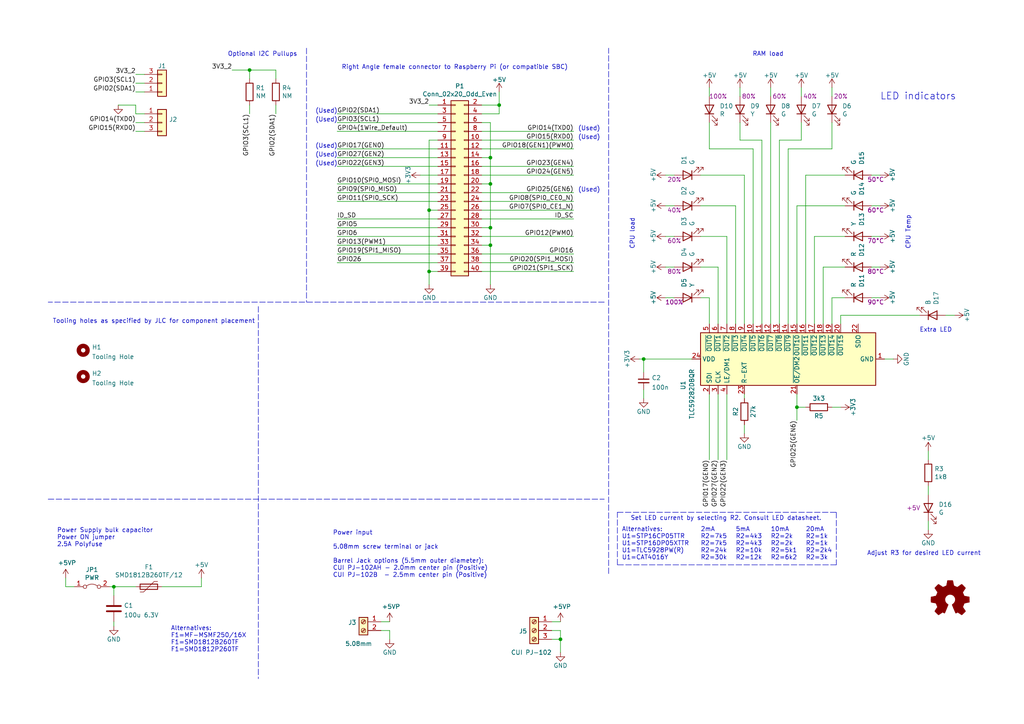
<source format=kicad_sch>
(kicad_sch (version 20211123) (generator eeschema)
  (paper "A4")
  (title_block (title "PiStackMon") (date "2021-01-14") (rev "2.0") (company "Tom Szczesny"))
  (lib_symbols
    (symbol "Connector:Screw_Terminal_01x02" (pin_names (offset 1.016) hide)
      (property "Reference" "J" (at 0 2.54 0))
      (property "Value" "Screw_Terminal_01x02" (at 0 -5.08 0))
      (symbol "Screw_Terminal_01x02_1_1"
        (pin passive line (at -5.08 0 0) (length 3.81) (name "Pin_1") (number "1"))
        (pin passive line (at -5.08 -2.54 0) (length 3.81) (name "Pin_2") (number "2"))
      )
    )
    (symbol "Connector:Screw_Terminal_01x03" (pin_names (offset 1.016) hide)
      (property "Reference" "J" (at 0 5.08 0))
      (property "Value" "Screw_Terminal_01x03" (at 0 -5.08 0))
      (symbol "Screw_Terminal_01x03_1_1"
        (pin passive line (at -5.08 2.54 0) (length 3.81) (name "Pin_1") (number "1"))
        (pin passive line (at -5.08 0 0) (length 3.81) (name "Pin_2") (number "2"))
        (pin passive line (at -5.08 -2.54 0) (length 3.81) (name "Pin_3") (number "3"))
      )
    )
    (symbol "Connector_Generic:Conn_01x03" (pin_names (offset 1.016) hide)
      (property "Reference" "J" (at 0 5.08 0))
      (property "Value" "Conn_01x03" (at 0 -5.08 0))
      (symbol "Conn_01x03_1_1"
        (pin passive line (at -5.08 2.54 0) (length 3.81) (name "Pin_1") (number "1"))
        (pin passive line (at -5.08 0 0) (length 3.81) (name "Pin_2") (number "2"))
        (pin passive line (at -5.08 -2.54 0) (length 3.81) (name "Pin_3") (number "3"))
      )
    )
    (symbol "Connector_Generic:Conn_02x20_Odd_Even" (pin_names (offset 1.016) hide)
      (property "Reference" "J" (at 1.27 25.4 0))
      (property "Value" "Conn_02x20_Odd_Even" (at 1.27 -27.94 0))
      (symbol "Conn_02x20_Odd_Even_1_1"
        (pin passive line (at -5.08 22.86 0) (length 3.81) (name "Pin_1") (number "1"))
        (pin passive line (at 7.62 12.7 180) (length 3.81) (name "Pin_10") (number "10"))
        (pin passive line (at -5.08 10.16 0) (length 3.81) (name "Pin_11") (number "11"))
        (pin passive line (at 7.62 10.16 180) (length 3.81) (name "Pin_12") (number "12"))
        (pin passive line (at -5.08 7.62 0) (length 3.81) (name "Pin_13") (number "13"))
        (pin passive line (at 7.62 7.62 180) (length 3.81) (name "Pin_14") (number "14"))
        (pin passive line (at -5.08 5.08 0) (length 3.81) (name "Pin_15") (number "15"))
        (pin passive line (at 7.62 5.08 180) (length 3.81) (name "Pin_16") (number "16"))
        (pin passive line (at -5.08 2.54 0) (length 3.81) (name "Pin_17") (number "17"))
        (pin passive line (at 7.62 2.54 180) (length 3.81) (name "Pin_18") (number "18"))
        (pin passive line (at -5.08 0 0) (length 3.81) (name "Pin_19") (number "19"))
        (pin passive line (at 7.62 22.86 180) (length 3.81) (name "Pin_2") (number "2"))
        (pin passive line (at 7.62 0 180) (length 3.81) (name "Pin_20") (number "20"))
        (pin passive line (at -5.08 -2.54 0) (length 3.81) (name "Pin_21") (number "21"))
        (pin passive line (at 7.62 -2.54 180) (length 3.81) (name "Pin_22") (number "22"))
        (pin passive line (at -5.08 -5.08 0) (length 3.81) (name "Pin_23") (number "23"))
        (pin passive line (at 7.62 -5.08 180) (length 3.81) (name "Pin_24") (number "24"))
        (pin passive line (at -5.08 -7.62 0) (length 3.81) (name "Pin_25") (number "25"))
        (pin passive line (at 7.62 -7.62 180) (length 3.81) (name "Pin_26") (number "26"))
        (pin passive line (at -5.08 -10.16 0) (length 3.81) (name "Pin_27") (number "27"))
        (pin passive line (at 7.62 -10.16 180) (length 3.81) (name "Pin_28") (number "28"))
        (pin passive line (at -5.08 -12.7 0) (length 3.81) (name "Pin_29") (number "29"))
        (pin passive line (at -5.08 20.32 0) (length 3.81) (name "Pin_3") (number "3"))
        (pin passive line (at 7.62 -12.7 180) (length 3.81) (name "Pin_30") (number "30"))
        (pin passive line (at -5.08 -15.24 0) (length 3.81) (name "Pin_31") (number "31"))
        (pin passive line (at 7.62 -15.24 180) (length 3.81) (name "Pin_32") (number "32"))
        (pin passive line (at -5.08 -17.78 0) (length 3.81) (name "Pin_33") (number "33"))
        (pin passive line (at 7.62 -17.78 180) (length 3.81) (name "Pin_34") (number "34"))
        (pin passive line (at -5.08 -20.32 0) (length 3.81) (name "Pin_35") (number "35"))
        (pin passive line (at 7.62 -20.32 180) (length 3.81) (name "Pin_36") (number "36"))
        (pin passive line (at -5.08 -22.86 0) (length 3.81) (name "Pin_37") (number "37"))
        (pin passive line (at 7.62 -22.86 180) (length 3.81) (name "Pin_38") (number "38"))
        (pin passive line (at -5.08 -25.4 0) (length 3.81) (name "Pin_39") (number "39"))
        (pin passive line (at 7.62 20.32 180) (length 3.81) (name "Pin_4") (number "4"))
        (pin passive line (at 7.62 -25.4 180) (length 3.81) (name "Pin_40") (number "40"))
        (pin passive line (at -5.08 17.78 0) (length 3.81) (name "Pin_5") (number "5"))
        (pin passive line (at 7.62 17.78 180) (length 3.81) (name "Pin_6") (number "6"))
        (pin passive line (at -5.08 15.24 0) (length 3.81) (name "Pin_7") (number "7"))
        (pin passive line (at 7.62 15.24 180) (length 3.81) (name "Pin_8") (number "8"))
        (pin passive line (at -5.08 12.7 0) (length 3.81) (name "Pin_9") (number "9"))
      )
    )
    (symbol "Device:C" (pin_numbers hide) (pin_names (offset 0.254))
      (property "Reference" "C" (at 0.635 2.54 0))
      (property "Value" "C" (at 0.635 -2.54 0))
      (symbol "C_1_1"
        (pin passive line (at 0 3.81 270) (length 2.794) (name "~") (number "1"))
        (pin passive line (at 0 -3.81 90) (length 2.794) (name "~") (number "2"))
      )
    )
    (symbol "Device:C_Small" (pin_numbers hide) (pin_names (offset 0.254) hide)
      (property "Reference" "C" (at 0.254 1.778 0))
      (property "Value" "C_Small" (at 0.254 -2.032 0))
      (symbol "C_Small_1_1"
        (pin passive line (at 0 2.54 270) (length 2.032) (name "~") (number "1"))
        (pin passive line (at 0 -2.54 90) (length 2.032) (name "~") (number "2"))
      )
    )
    (symbol "Device:LED" (pin_numbers hide) (pin_names (offset 1.016) hide)
      (property "Reference" "D" (at 0 2.54 0))
      (property "Value" "LED" (at 0 -2.54 0))
      (symbol "LED_1_1"
        (pin passive line (at -3.81 0 0) (length 2.54) (name "K") (number "1"))
        (pin passive line (at 3.81 0 180) (length 2.54) (name "A") (number "2"))
      )
    )
    (symbol "Device:Polyfuse" (pin_numbers hide) (pin_names (offset 0))
      (property "Reference" "F" (at -2.54 0 90))
      (property "Value" "Polyfuse" (at 2.54 0 90))
      (symbol "Polyfuse_1_1"
        (pin passive line (at 0 3.81 270) (length 1.27) (name "~") (number "1"))
        (pin passive line (at 0 -3.81 90) (length 1.27) (name "~") (number "2"))
      )
    )
    (symbol "Device:R" (pin_numbers hide) (pin_names (offset 0))
      (property "Reference" "R" (at 2.032 0 90))
      (property "Value" "R" (at 0 0 90))
      (symbol "R_1_1"
        (pin passive line (at 0 3.81 270) (length 1.27) (name "~") (number "1"))
        (pin passive line (at 0 -3.81 90) (length 1.27) (name "~") (number "2"))
      )
    )
    (symbol "Driver_LED:STP16CP05"
      (property "Reference" "U" (at -7.62 26.67 0))
      (property "Value" "STP16CP05" (at 1.27 26.67 0))
      (symbol "STP16CP05_1_1"
        (pin power_in line (at 0 -27.94 90) (length 2.54) (name "GND") (number "1"))
        (pin output line (at 10.16 10.16 180) (length 2.54) (name "~{OUT5}") (number "10"))
        (pin output line (at 10.16 7.62 180) (length 2.54) (name "~{OUT6}") (number "11"))
        (pin output line (at 10.16 5.08 180) (length 2.54) (name "~{OUT7}") (number "12"))
        (pin output line (at 10.16 2.54 180) (length 2.54) (name "~{OUT8}") (number "13"))
        (pin output line (at 10.16 0 180) (length 2.54) (name "~{OUT9}") (number "14"))
        (pin output line (at 10.16 -2.54 180) (length 2.54) (name "~{OUT10}") (number "15"))
        (pin output line (at 10.16 -5.08 180) (length 2.54) (name "~{OUT11}") (number "16"))
        (pin output line (at 10.16 -7.62 180) (length 2.54) (name "~{OUT12}") (number "17"))
        (pin output line (at 10.16 -10.16 180) (length 2.54) (name "~{OUT13}") (number "18"))
        (pin output line (at 10.16 -12.7 180) (length 2.54) (name "~{OUT14}") (number "19"))
        (pin input line (at -10.16 22.86 0) (length 2.54) (name "SDI") (number "2"))
        (pin output line (at 10.16 -15.24 180) (length 2.54) (name "~{OUT15}") (number "20"))
        (pin input line (at -10.16 -2.54 0) (length 2.54) (name "~{OE/DM2}") (number "21"))
        (pin output line (at 10.16 -20.32 180) (length 2.54) (name "SDO") (number "22"))
        (pin passive line (at -10.16 12.7 0) (length 2.54) (name "R-EXT") (number "23"))
        (pin power_in line (at 0 27.94 270) (length 2.54) (name "VDD") (number "24"))
        (pin input line (at -10.16 20.32 0) (length 2.54) (name "CLK") (number "3"))
        (pin input line (at -10.16 17.78 0) (length 2.54) (name "LE/DM1") (number "4"))
        (pin output line (at 10.16 22.86 180) (length 2.54) (name "~{OUT0}") (number "5"))
        (pin output line (at 10.16 20.32 180) (length 2.54) (name "~{OUT1}") (number "6"))
        (pin output line (at 10.16 17.78 180) (length 2.54) (name "~{OUT2}") (number "7"))
        (pin output line (at 10.16 15.24 180) (length 2.54) (name "~{OUT3}") (number "8"))
        (pin output line (at 10.16 12.7 180) (length 2.54) (name "~{OUT4}") (number "9"))
      )
    )
    (symbol "Graphic:Logo_Open_Hardware_Small" (pin_names (offset 1.016)))
    (symbol "Jumper:Jumper_2_Bridged" (pin_names (offset 0) hide)
      (property "Reference" "JP" (at 0 1.905 0))
      (property "Value" "Jumper_2_Bridged" (at 0 -2.54 0))
      (symbol "Jumper_2_Bridged_1_1"
        (pin passive line (at -5.08 0 0) (length 2.54) (name "A") (number "1"))
        (pin passive line (at 5.08 0 180) (length 2.54) (name "B") (number "2"))
      )
    )
    (symbol "Mechanical:MountingHole" (pin_names (offset 1.016))
      (property "Reference" "H" (at 0 5.08 0))
      (property "Value" "MountingHole" (at 0 3.175 0))
    )
    (symbol "power:+3.3V" (power) (pin_names (offset 0))
      (property "Value" "+3.3V" (at 0 3.556 0))
      (symbol "+3.3V_1_1"
        (pin power_in line (at 0 0 90) (length 0) hide (name "+3V3") (number "1"))
      )
    )
    (symbol "power:+5V" (power) (pin_names (offset 0))
      (property "Value" "+5V" (at 0 3.556 0))
      (symbol "+5V_1_1"
        (pin power_in line (at 0 0 90) (length 0) hide (name "+5V") (number "1"))
      )
    )
    (symbol "power:+5VP" (power) (pin_names (offset 0))
      (property "Value" "+5VP" (at 0 3.556 0))
      (symbol "+5VP_1_1"
        (pin power_in line (at 0 0 90) (length 0) hide (name "+5VP") (number "1"))
      )
    )
    (symbol "power:GND" (power) (pin_names (offset 0))
      (property "Value" "GND" (at 0 -3.81 0))
      (symbol "GND_1_1"
        (pin power_in line (at 0 0 270) (length 0) hide (name "GND") (number "1"))
      )
    )
  )
  (junction (at 124.46 78.74))
  (junction (at 142.24 66.04))
  (junction (at 144.78 30.48))
  (junction (at 72.39 20.32))
  (junction (at 142.24 45.72))
  (junction (at 124.46 60.96))
  (junction (at 231.14 118.11))
  (junction (at 142.24 53.34))
  (junction (at 33.02 170.18))
  (junction (at 186.69 104.14))
  (junction (at 162.56 185.42))
  (junction (at 142.24 71.12))
  (polyline (pts (xy 242.57 148.59) (xy 242.57 163.83)))
  (wire (pts (xy 139.7 63.5) (xy 166.37 63.5)))
  (wire (pts (xy 97.79 66.04) (xy 127 66.04)))
  (wire (pts (xy 215.9 115.57) (xy 215.9 114.3)))
  (wire (pts (xy 139.7 50.8) (xy 166.37 50.8)))
  (wire (pts (xy 31.75 170.18) (xy 33.02 170.18)))
  (wire (pts (xy 220.98 93.98) (xy 220.98 40.64)))
  (wire (pts (xy 231.14 114.3) (xy 231.14 118.11)))
  (wire (pts (xy 195.58 77.47) (xy 193.04 77.47)))
  (wire (pts (xy 124.46 30.48) (xy 127 30.48)))
  (wire (pts (xy 124.46 60.96) (xy 124.46 78.74)))
  (wire (pts (xy 80.01 30.48) (xy 80.01 33.02)))
  (wire (pts (xy 208.28 93.98) (xy 208.28 77.47)))
  (wire (pts (xy 58.42 167.64) (xy 58.42 170.18)))
  (wire (pts (xy 186.69 104.14) (xy 186.69 107.95)))
  (wire (pts (xy 142.24 35.56) (xy 139.7 35.56)))
  (wire (pts (xy 142.24 66.04) (xy 139.7 66.04)))
  (wire (pts (xy 223.52 27.94) (xy 223.52 25.4)))
  (wire (pts (xy 124.46 78.74) (xy 124.46 82.55)))
  (polyline (pts (xy 13.97 144.78) (xy 175.26 144.78)))
  (wire (pts (xy 205.74 86.36) (xy 203.2 86.36)))
  (polyline (pts (xy 179.07 163.83) (xy 179.07 148.59)))
  (wire (pts (xy 223.52 35.56) (xy 223.52 93.98)))
  (wire (pts (xy 33.02 181.61) (xy 33.02 180.34)))
  (wire (pts (xy 205.74 27.94) (xy 205.74 25.4)))
  (wire (pts (xy 214.63 35.56) (xy 214.63 40.64)))
  (wire (pts (xy 228.6 93.98) (xy 228.6 43.18)))
  (wire (pts (xy 241.3 27.94) (xy 241.3 25.4)))
  (wire (pts (xy 203.2 50.8) (xy 215.9 50.8)))
  (wire (pts (xy 67.31 20.32) (xy 72.39 20.32)))
  (wire (pts (xy 139.7 73.66) (xy 166.37 73.66)))
  (wire (pts (xy 245.11 86.36) (xy 241.3 86.36)))
  (wire (pts (xy 185.42 104.14) (xy 186.69 104.14)))
  (wire (pts (xy 97.79 48.26) (xy 127 48.26)))
  (wire (pts (xy 97.79 38.1) (xy 127 38.1)))
  (wire (pts (xy 110.49 180.34) (xy 113.03 180.34)))
  (polyline (pts (xy 175.26 87.63) (xy 13.97 87.63)))
  (wire (pts (xy 269.24 133.35) (xy 269.24 130.81)))
  (wire (pts (xy 144.78 30.48) (xy 144.78 33.02)))
  (wire (pts (xy 203.2 68.58) (xy 210.82 68.58)))
  (wire (pts (xy 160.02 185.42) (xy 162.56 185.42)))
  (wire (pts (xy 205.74 35.56) (xy 205.74 43.18)))
  (wire (pts (xy 97.79 35.56) (xy 127 35.56)))
  (wire (pts (xy 162.56 182.88) (xy 162.56 185.42)))
  (wire (pts (xy 252.73 59.69) (xy 255.27 59.69)))
  (wire (pts (xy 97.79 76.2) (xy 127 76.2)))
  (wire (pts (xy 142.24 45.72) (xy 142.24 53.34)))
  (wire (pts (xy 252.73 50.8) (xy 255.27 50.8)))
  (wire (pts (xy 274.32 91.44) (xy 276.86 91.44)))
  (wire (pts (xy 139.7 43.18) (xy 166.37 43.18)))
  (wire (pts (xy 231.14 118.11) (xy 231.14 121.92)))
  (polyline (pts (xy 88.9 13.97) (xy 88.9 87.63)))
  (wire (pts (xy 186.69 104.14) (xy 200.66 104.14)))
  (wire (pts (xy 238.76 93.98) (xy 238.76 77.47)))
  (wire (pts (xy 252.73 77.47) (xy 255.27 77.47)))
  (wire (pts (xy 39.37 24.13) (xy 41.91 24.13)))
  (wire (pts (xy 160.02 182.88) (xy 162.56 182.88)))
  (wire (pts (xy 241.3 35.56) (xy 241.3 43.18)))
  (wire (pts (xy 195.58 68.58) (xy 193.04 68.58)))
  (wire (pts (xy 241.3 86.36) (xy 241.3 93.98)))
  (wire (pts (xy 139.7 68.58) (xy 166.37 68.58)))
  (wire (pts (xy 215.9 93.98) (xy 215.9 50.8)))
  (wire (pts (xy 39.37 26.67) (xy 41.91 26.67)))
  (wire (pts (xy 243.84 91.44) (xy 243.84 93.98)))
  (wire (pts (xy 186.69 113.03) (xy 186.69 115.57)))
  (wire (pts (xy 203.2 59.69) (xy 213.36 59.69)))
  (wire (pts (xy 127 53.34) (xy 97.79 53.34)))
  (wire (pts (xy 46.99 170.18) (xy 58.42 170.18)))
  (wire (pts (xy 72.39 30.48) (xy 72.39 33.02)))
  (wire (pts (xy 142.24 71.12) (xy 139.7 71.12)))
  (wire (pts (xy 97.79 58.42) (xy 127 58.42)))
  (wire (pts (xy 205.74 114.3) (xy 205.74 133.35)))
  (wire (pts (xy 33.02 170.18) (xy 39.37 170.18)))
  (wire (pts (xy 139.7 76.2) (xy 166.37 76.2)))
  (wire (pts (xy 97.79 45.72) (xy 127 45.72)))
  (wire (pts (xy 144.78 30.48) (xy 139.7 30.48)))
  (wire (pts (xy 195.58 59.69) (xy 193.04 59.69)))
  (wire (pts (xy 110.49 182.88) (xy 113.03 182.88)))
  (wire (pts (xy 233.68 50.8) (xy 245.11 50.8)))
  (wire (pts (xy 269.24 153.67) (xy 269.24 151.13)))
  (wire (pts (xy 205.74 43.18) (xy 218.44 43.18)))
  (wire (pts (xy 210.82 93.98) (xy 210.82 68.58)))
  (wire (pts (xy 80.01 20.32) (xy 80.01 22.86)))
  (wire (pts (xy 160.02 180.34) (xy 162.56 180.34)))
  (wire (pts (xy 252.73 86.36) (xy 255.27 86.36)))
  (wire (pts (xy 39.37 33.02) (xy 39.37 30.48)))
  (polyline (pts (xy 179.07 148.59) (xy 242.57 148.59)))
  (wire (pts (xy 72.39 20.32) (xy 72.39 22.86)))
  (wire (pts (xy 142.24 53.34) (xy 142.24 66.04)))
  (wire (pts (xy 124.46 78.74) (xy 127 78.74)))
  (wire (pts (xy 127 71.12) (xy 97.79 71.12)))
  (wire (pts (xy 231.14 59.69) (xy 245.11 59.69)))
  (wire (pts (xy 266.7 91.44) (xy 243.84 91.44)))
  (wire (pts (xy 33.02 170.18) (xy 33.02 172.72)))
  (wire (pts (xy 39.37 21.59) (xy 41.91 21.59)))
  (wire (pts (xy 127 33.02) (xy 97.79 33.02)))
  (wire (pts (xy 214.63 27.94) (xy 214.63 25.4)))
  (wire (pts (xy 213.36 93.98) (xy 213.36 59.69)))
  (wire (pts (xy 231.14 59.69) (xy 231.14 93.98)))
  (wire (pts (xy 144.78 33.02) (xy 139.7 33.02)))
  (wire (pts (xy 238.76 77.47) (xy 245.11 77.47)))
  (wire (pts (xy 208.28 114.3) (xy 208.28 133.35)))
  (wire (pts (xy 142.24 71.12) (xy 142.24 82.55)))
  (wire (pts (xy 97.79 73.66) (xy 127 73.66)))
  (wire (pts (xy 124.46 40.64) (xy 124.46 60.96)))
  (wire (pts (xy 19.05 167.64) (xy 19.05 170.18)))
  (wire (pts (xy 72.39 20.32) (xy 80.01 20.32)))
  (wire (pts (xy 142.24 66.04) (xy 142.24 71.12)))
  (wire (pts (xy 220.98 40.64) (xy 214.63 40.64)))
  (wire (pts (xy 231.14 118.11) (xy 233.68 118.11)))
  (wire (pts (xy 139.7 78.74) (xy 166.37 78.74)))
  (wire (pts (xy 113.03 182.88) (xy 113.03 185.42)))
  (wire (pts (xy 256.54 104.14) (xy 259.08 104.14)))
  (wire (pts (xy 124.46 40.64) (xy 127 40.64)))
  (wire (pts (xy 139.7 40.64) (xy 166.37 40.64)))
  (wire (pts (xy 226.06 40.64) (xy 232.41 40.64)))
  (polyline (pts (xy 242.57 163.83) (xy 179.07 163.83)))
  (wire (pts (xy 139.7 48.26) (xy 166.37 48.26)))
  (wire (pts (xy 195.58 86.36) (xy 193.04 86.36)))
  (wire (pts (xy 139.7 60.96) (xy 166.37 60.96)))
  (polyline (pts (xy 74.93 88.9) (xy 74.93 196.85)))
  (wire (pts (xy 232.41 35.56) (xy 232.41 40.64)))
  (wire (pts (xy 39.37 38.1) (xy 41.91 38.1)))
  (wire (pts (xy 142.24 53.34) (xy 139.7 53.34)))
  (wire (pts (xy 97.79 68.58) (xy 127 68.58)))
  (wire (pts (xy 241.3 118.11) (xy 243.84 118.11)))
  (wire (pts (xy 139.7 55.88) (xy 166.37 55.88)))
  (wire (pts (xy 236.22 93.98) (xy 236.22 68.58)))
  (wire (pts (xy 203.2 77.47) (xy 208.28 77.47)))
  (wire (pts (xy 139.7 38.1) (xy 166.37 38.1)))
  (wire (pts (xy 144.78 26.67) (xy 144.78 30.48)))
  (wire (pts (xy 97.79 55.88) (xy 127 55.88)))
  (wire (pts (xy 39.37 33.02) (xy 41.91 33.02)))
  (wire (pts (xy 34.29 30.48) (xy 39.37 30.48)))
  (wire (pts (xy 121.92 50.8) (xy 127 50.8)))
  (wire (pts (xy 205.74 93.98) (xy 205.74 86.36)))
  (wire (pts (xy 142.24 35.56) (xy 142.24 45.72)))
  (wire (pts (xy 21.59 170.18) (xy 19.05 170.18)))
  (wire (pts (xy 236.22 68.58) (xy 245.11 68.58)))
  (wire (pts (xy 215.9 125.73) (xy 215.9 123.19)))
  (wire (pts (xy 127 63.5) (xy 97.79 63.5)))
  (wire (pts (xy 139.7 58.42) (xy 166.37 58.42)))
  (wire (pts (xy 39.37 35.56) (xy 41.91 35.56)))
  (wire (pts (xy 269.24 143.51) (xy 269.24 140.97)))
  (polyline (pts (xy 176.53 166.37) (xy 176.53 13.97)))
  (wire (pts (xy 124.46 60.96) (xy 127 60.96)))
  (wire (pts (xy 142.24 45.72) (xy 139.7 45.72)))
  (wire (pts (xy 226.06 93.98) (xy 226.06 40.64)))
  (wire (pts (xy 252.73 68.58) (xy 255.27 68.58)))
  (wire (pts (xy 195.58 50.8) (xy 193.04 50.8)))
  (wire (pts (xy 162.56 185.42) (xy 162.56 189.23)))
  (wire (pts (xy 233.68 93.98) (xy 233.68 50.8)))
  (wire (pts (xy 218.44 43.18) (xy 218.44 93.98)))
  (wire (pts (xy 210.82 114.3) (xy 210.82 133.35)))
  (wire (pts (xy 127 43.18) (xy 97.79 43.18)))
  (wire (pts (xy 232.41 27.94) (xy 232.41 25.4)))
  (wire (pts (xy 228.6 43.18) (xy 241.3 43.18)))
  (text "(Used)" (at 167.64 40.64 0) (effects (font (size 1.27 1.27)) (justify left bottom)))
  (text "CPU load" (at 184.15 72.39 90) (effects (font (size 1.27 1.27)) (justify left bottom)))
  (text "(Used)" (at 91.44 35.56 0) (effects (font (size 1.27 1.27)) (justify left bottom)))
  (text "(Used)" (at 91.44 43.18 0) (effects (font (size 1.27 1.27)) (justify left bottom)))
  (text "(Used)" (at 167.64 38.1 0) (effects (font (size 1.27 1.27)) (justify left bottom)))
  (text "(Used)" (at 91.44 48.26 0) (effects (font (size 1.27 1.27)) (justify left bottom)))
  (text "Right Angle female connector to Raspberry Pi (or compatible SBC)" (at 99.06 20.32 0) (effects (font (size 1.27 1.27)) (justify left bottom)))
  (text "Set LED current by selecting R2. Consult LED datasheet." (at 182.88 151.13 0) (effects (font (size 1.27 1.27)) (justify left bottom)))
  (text "Power Supply bulk capacitor\nPower ON jumper \n2.5A Polyfuse" (at 16.51 158.75 0) (effects (font (size 1.27 1.27)) (justify left bottom)))
  (text "CPU Temp" (at 264.16 72.39 90) (effects (font (size 1.27 1.27)) (justify left bottom)))
  (text "Extra LED" (at 266.7 96.52 0) (effects (font (size 1.27 1.27)) (justify left bottom)))
  (text "LED indicators" (at 255.27 29.21 0) (effects (font (size 2.0066 2.0066)) (justify left bottom)))
  (text "Tooling holes as specified by JLC for component placement" (at 15.24 93.98 0) (effects (font (size 1.27 1.27)) (justify left bottom)))
  (text "(Used)" (at 91.44 33.02 0) (effects (font (size 1.27 1.27)) (justify left bottom)))
  (text "2mA\nR2=7k5\nR2=7k5\nR2=24k\nR2=30k" (at 203.2 162.56 0) (effects (font (size 1.27 1.27)) (justify left bottom)))
  (text "20mA\nR2=1k\nR2=1k\nR2=2k4\nR2=3k" (at 233.68 162.56 0) (effects (font (size 1.27 1.27)) (justify left bottom)))
  (text "Alternatives:\nU1=STP16CP05TTR\nU1=STP16DP05XTTR\nU1=TLC5928PW(R)\nU1=CAT4016Y" (at 180.34 162.56 0) (effects (font (size 1.27 1.27)) (justify left bottom)))
  (text "10mA\nR2=2k\nR2=2k\nR2=5k1\nR2=6k2" (at 223.52 162.56 0) (effects (font (size 1.27 1.27)) (justify left bottom)))
  (text "5mA\nR2=4k3\nR2=4k3\nR2=10k\nR2=12k" (at 213.36 162.56 0) (effects (font (size 1.27 1.27)) (justify left bottom)))
  (text "Adjust R3 for desired LED current" (at 251.46 161.29 0) (effects (font (size 1.27 1.27)) (justify left bottom)))
  (text "Alternatives:\nF1=MF-MSMF250/16X\nF1=SMD1812B260TF\nF1=SMD1812P260TF" (at 49.53 189.23 0) (effects (font (size 1.27 1.27)) (justify left bottom)))
  (text "Power input\n\n5.08mm screw terminal or jack\n\nBarrel Jack options (5.5mm outer diameter):\nCUI PJ-102AH - 2.0mm center pin (Positive)\nCUI PJ-102B  - 2.5mm center pin (Positive)" (at 96.52 167.64 0) (effects (font (size 1.27 1.27)) (justify left bottom)))
  (text "Optional I2C Pullups" (at 66.04 16.51 0) (effects (font (size 1.27 1.27)) (justify left bottom)))
  (text "RAM load" (at 227.33 16.51 180) (effects (font (size 1.27 1.27)) (justify right bottom)))
  (text "(Used)" (at 167.64 55.88 0) (effects (font (size 1.27 1.27)) (justify left bottom)))
  (text "(Used)" (at 91.44 45.72 0) (effects (font (size 1.27 1.27)) (justify left bottom)))
  (label "GPIO2(SDA1)" (at 39.37 26.67 180))
  (label "GPIO14(TXD0)" (at 39.37 35.56 180))
  (label "GPIO27(GEN2)" (at 97.79 45.72 0))
  (label "GPIO12(PWM0)" (at 166.37 68.58 180))
  (label "GPIO24(GEN5)" (at 166.37 50.8 180))
  (label "GPIO3(SCL1)" (at 39.37 24.13 180))
  (label "GPIO8(SPI0_CE0_N)" (at 166.37 58.42 180))
  (label "GPIO21(SPI1_SCK)" (at 166.37 78.74 180))
  (label "GPIO7(SPI0_CE1_N)" (at 166.37 60.96 180))
  (label "ID_SD" (at 97.79 63.5 0))
  (label "GPIO18(GEN1)(PWM0)" (at 166.37 43.18 180))
  (label "GPIO2(SDA1)" (at 97.79 33.02 0))
  (label "GPIO16" (at 166.37 73.66 180))
  (label "GPIO19(SPI1_MISO)" (at 97.79 73.66 0))
  (label "GPIO5" (at 97.79 66.04 0))
  (label "ID_SC" (at 166.37 63.5 180))
  (label "GPIO25(GEN6)" (at 231.14 121.92 270))
  (label "3V3_2" (at 67.31 20.32 180))
  (label "GPIO22(GEN3)" (at 210.82 133.35 270))
  (label "3V3_2" (at 39.37 21.59 180))
  (label "GPIO17(GEN0)" (at 97.79 43.18 0))
  (label "GPIO6" (at 97.79 68.58 0))
  (label "GPIO15(RXD0)" (at 39.37 38.1 180))
  (label "GPIO11(SPI0_SCK)" (at 97.79 58.42 0))
  (label "GPIO9(SPI0_MISO)" (at 97.79 55.88 0))
  (label "GPIO2(SDA1)" (at 80.01 33.02 270))
  (label "GPIO23(GEN4)" (at 166.37 48.26 180))
  (label "GPIO22(GEN3)" (at 97.79 48.26 0))
  (label "GPIO27(GEN2)" (at 208.28 133.35 270))
  (label "GPIO13(PWM1)" (at 97.79 71.12 0))
  (label "GPIO26" (at 97.79 76.2 0))
  (label "GPIO25(GEN6)" (at 166.37 55.88 180))
  (label "GPIO14(TXD0)" (at 166.37 38.1 180))
  (label "3V3_2" (at 124.46 30.48 180))
  (label "GPIO15(RXD0)" (at 166.37 40.64 180))
  (label "GPIO10(SPI0_MOSI)" (at 97.79 53.34 0))
  (label "GPIO3(SCL1)" (at 97.79 35.56 0))
  (label "GPIO17(GEN0)" (at 205.74 133.35 270))
  (label "GPIO20(SPI1_MOSI)" (at 166.37 76.2 180))
  (label "GPIO4(1Wire_Default)" (at 97.79 38.1 0))
  (label "GPIO3(SCL1)" (at 72.39 33.02 270))
  (symbol (lib_id "power:+5V") (at 144.78 26.67 0) (unit 1)
    (property "Reference" "#PWR011" (effects hide))
    (property "Value" "+5V" (at 144.78 23.114 0))
  )
  (symbol (lib_id "power:+3.3V") (at 121.92 50.8 90) (unit 1)
    (property "Reference" "#PWR03" (effects hide))
    (property "Value" "+3.3V" (at 118.364 50.8 0))
  )
  (symbol (lib_id "power:GND") (at 142.24 82.55 0) (unit 1)
    (property "Reference" "#PWR010" (effects hide))
    (property "Value" "GND" (at 142.24 86.36 0))
  )
  (symbol (lib_id "power:GND") (at 124.46 82.55 0) (unit 1)
    (property "Reference" "#PWR04" (effects hide))
    (property "Value" "GND" (at 124.46 86.36 0))
  )
  (symbol (lib_id "Connector_Generic:Conn_02x20_Odd_Even") (at 132.08 53.34 0) (unit 1)
    (property "Reference" "P1" (at 133.35 24.9682 0))
    (property "Value" "Conn_02x20_Odd_Even" (at 133.35 27.2796 0))
    (property "Footprint" "Connector_PinSocket_2.54mm:PinSocket_2x20_P2.54mm_Vertical" (effects hide))
  )
  (symbol (lib_id "power:+5V") (at 58.42 167.64 0) (unit 1)
    (property "Reference" "#PWR09" (effects hide))
    (property "Value" "+5V" (at 58.42 163.83 0))
  )
  (symbol (lib_id "power:GND") (at 33.02 181.61 0) (unit 1)
    (property "Reference" "#PWR02" (effects hide))
    (property "Value" "GND" (at 33.02 185.42 0))
  )
  (symbol (lib_id "Jumper:Jumper_2_Bridged") (at 26.67 170.18 0) (unit 1)
    (property "Reference" "JP1" (at 26.67 165.227 0))
    (property "Value" "PWR" (at 26.67 167.5384 0))
    (property "Footprint" "Connector_PinHeader_2.54mm:PinHeader_1x02_P2.54mm_Vertical" (effects hide))
  )
  (symbol (lib_id "power:+5VP") (at 19.05 167.64 0) (unit 1)
    (property "Reference" "#PWR01" (effects hide))
    (property "Value" "+5VP" (at 19.431 163.2458 0))
  )
  (symbol (lib_id "Device:LED") (at 269.24 147.32 90) (unit 1)
    (property "Reference" "D16" (at 272.2372 146.3294 90) (effects (justify right)))
    (property "Value" "G" (at 272.2372 148.6408 90) (effects (justify right)))
    (property "Footprint" "LED_SMD:LED_0603_1608Metric" (effects hide))
    (property "Comment" "+5V" (at 262.89 147.32 90) (effects (justify right)))
    (property "LCSC" "C72043" (effects hide))
    (property "JLC" "LED_0603" (effects hide))
  )
  (symbol (lib_id "Device:R") (at 269.24 137.16 0) (unit 1)
    (property "Reference" "R3" (at 271.018 135.9916 0) (effects (justify left)))
    (property "Value" "1k8" (at 271.018 138.303 0) (effects (justify left)))
    (property "Footprint" "Resistor_SMD:R_0603_1608Metric" (effects hide))
    (property "LCSC" "C4177" (effects hide))
    (property "JLC" "0603" (effects hide))
  )
  (symbol (lib_id "power:+5V") (at 269.24 130.81 0) (unit 1)
    (property "Reference" "#PWR039" (effects hide))
    (property "Value" "+5V" (at 269.24 127 0))
  )
  (symbol (lib_id "power:GND") (at 269.24 153.67 0) (unit 1)
    (property "Reference" "#PWR040" (effects hide))
    (property "Value" "GND" (at 269.24 157.48 0))
  )
  (symbol (lib_id "Device:LED") (at 199.39 50.8 180) (unit 1)
    (property "Reference" "D1" (at 198.3994 47.8028 90) (effects (justify right)))
    (property "Value" "G" (at 200.7108 47.8028 90) (effects (justify right)))
    (property "Footprint" "LED_SMD:LED_0603_1608Metric" (effects hide))
    (property "Comment" "20%" (at 195.58 52.07 0))
    (property "LCSC" "C72043" (effects hide))
    (property "JLC" "LED_0603" (effects hide))
  )
  (symbol (lib_id "Device:LED") (at 199.39 59.69 180) (unit 1)
    (property "Reference" "D2" (at 198.3994 56.6928 90) (effects (justify right)))
    (property "Value" "G" (at 200.7108 56.6928 90) (effects (justify right)))
    (property "Footprint" "LED_SMD:LED_0603_1608Metric" (effects hide))
    (property "Comment" "40%" (at 195.58 60.96 0))
    (property "LCSC" "C72043" (effects hide))
    (property "JLC" "LED_0603" (effects hide))
  )
  (symbol (lib_id "Device:LED") (at 199.39 68.58 180) (unit 1)
    (property "Reference" "D3" (at 198.3994 65.5828 90) (effects (justify right)))
    (property "Value" "G" (at 200.7108 65.5828 90) (effects (justify right)))
    (property "Footprint" "LED_SMD:LED_0603_1608Metric" (effects hide))
    (property "Comment" "60%" (at 195.58 69.85 0))
    (property "LCSC" "C72043" (effects hide))
    (property "JLC" "LED_0603" (effects hide))
  )
  (symbol (lib_id "Device:LED") (at 199.39 77.47 180) (unit 1)
    (property "Reference" "D4" (at 198.3994 74.4728 90) (effects (justify right)))
    (property "Value" "G" (at 200.7108 74.4728 90) (effects (justify right)))
    (property "Footprint" "LED_SMD:LED_0603_1608Metric" (effects hide))
    (property "Comment" "80%" (at 195.58 78.74 0))
    (property "LCSC" "C72043" (effects hide))
    (property "JLC" "LED_0603" (effects hide))
  )
  (symbol (lib_id "Graphic:Logo_Open_Hardware_Small") (at 275.59 173.99 0) (unit 1)
    (property "Reference" "LOGO1" (effects hide))
    (property "Value" "Logo_Open_Hardware_Small" (effects hide))
    (property "Footprint" "Symbol:OSHW-Logo_5.7x6mm_SilkScreen" (effects hide))
  )
  (symbol (lib_id "Device:Polyfuse") (at 43.18 170.18 270) (unit 1)
    (property "Reference" "F1" (at 43.18 164.465 90))
    (property "Value" "SMD1812B260TF/12" (at 43.18 166.7764 90))
    (property "Footprint" "Fuse:Fuse_1812_4532Metric" (effects hide))
    (property "LCSC" "C269147" (effects hide))
    (property "JLC" "1812" (effects hide))
  )
  (symbol (lib_id "power:GND") (at 113.03 185.42 0) (unit 1)
    (property "Reference" "#PWR013" (effects hide))
    (property "Value" "GND" (at 113.03 189.23 0))
  )
  (symbol (lib_id "Connector:Screw_Terminal_01x02") (at 105.41 180.34 0) (mirror y) (unit 1)
    (property "Reference" "J3" (at 103.378 180.5432 0) (effects (justify left)))
    (property "Value" "5.08mm" (at 107.95 186.69 0) (effects (justify left)))
    (property "Footprint" "TerminalBlock_Phoenix:TerminalBlock_Phoenix_MKDS-3-2-5.08_1x02_P5.08mm_Horizontal" (effects hide))
  )
  (symbol (lib_id "power:+5VP") (at 113.03 180.34 0) (unit 1)
    (property "Reference" "#PWR012" (effects hide))
    (property "Value" "+5VP" (at 113.411 175.9458 0))
  )
  (symbol (lib_id "Driver_LED:STP16CP05") (at 228.6 104.14 90) (unit 1)
    (property "Reference" "U1" (at 198.12 111.76 0))
    (property "Value" "TLC59282DBQR" (at 200.66 114.3 0))
    (property "Footprint" "Package_SO:SSOP-24_3.9x8.7mm_P0.635mm" (effects hide))
    (property "Datasheet" "https://datasheet.lcsc.com/lcsc/1809272034_Texas-Instruments-TLC59282DBQR_C129352.pdf" (effects hide))
    (property "LCSC" "C129352" (effects hide))
    (property "JLC" "SSOP-24_3.9x8.7x0.635P" (effects hide))
  )
  (symbol (lib_id "Device:R") (at 215.9 119.38 0) (unit 1)
    (property "Reference" "R2" (at 213.36 119.38 90))
    (property "Value" "27k" (at 218.44 119.38 90))
    (property "Footprint" "Resistor_SMD:R_0603_1608Metric" (effects hide))
    (property "LCSC" "C22967" (effects hide))
    (property "JLC" "0603" (effects hide))
  )
  (symbol (lib_id "power:GND") (at 259.08 104.14 90) (unit 1)
    (property "Reference" "#PWR038" (effects hide))
    (property "Value" "GND" (at 262.89 104.14 0))
  )
  (symbol (lib_id "power:GND") (at 215.9 125.73 0) (unit 1)
    (property "Reference" "#PWR028" (effects hide))
    (property "Value" "GND" (at 215.9 129.54 0))
  )
  (symbol (lib_id "power:+3.3V") (at 185.42 104.14 90) (unit 1)
    (property "Reference" "#PWR020" (effects hide))
    (property "Value" "+3.3V" (at 181.864 104.14 0))
  )
  (symbol (lib_id "Device:LED") (at 199.39 86.36 180) (unit 1)
    (property "Reference" "D5" (at 198.3994 83.3628 90) (effects (justify right)))
    (property "Value" "Y" (at 200.7108 83.3628 90) (effects (justify right)))
    (property "Footprint" "LED_SMD:LED_0603_1608Metric" (effects hide))
    (property "Comment" "100%" (at 195.58 87.63 0))
    (property "LCSC" "C72038" (effects hide))
    (property "JLC" "LED_0603" (effects hide))
  )
  (symbol (lib_id "power:+5V") (at 193.04 86.36 90) (unit 1)
    (property "Reference" "#PWR025" (effects hide))
    (property "Value" "+5V" (at 189.484 86.36 0))
  )
  (symbol (lib_id "power:+5V") (at 193.04 77.47 90) (unit 1)
    (property "Reference" "#PWR024" (effects hide))
    (property "Value" "+5V" (at 189.484 77.47 0))
  )
  (symbol (lib_id "power:+5V") (at 193.04 68.58 90) (unit 1)
    (property "Reference" "#PWR023" (effects hide))
    (property "Value" "+5V" (at 189.484 68.58 0))
  )
  (symbol (lib_id "power:+5V") (at 193.04 59.69 90) (unit 1)
    (property "Reference" "#PWR022" (effects hide))
    (property "Value" "+5V" (at 189.484 59.69 0))
  )
  (symbol (lib_id "power:+5V") (at 193.04 50.8 90) (unit 1)
    (property "Reference" "#PWR021" (effects hide))
    (property "Value" "+5V" (at 189.484 50.8 0))
  )
  (symbol (lib_id "Device:LED") (at 241.3 31.75 90) (unit 1)
    (property "Reference" "D6" (at 244.2972 30.7594 90) (effects (justify right)))
    (property "Value" "G" (at 244.2972 33.0708 90) (effects (justify right)))
    (property "Footprint" "LED_SMD:LED_0603_1608Metric" (effects hide))
    (property "Comment" "20%" (at 243.84 27.94 90))
    (property "LCSC" "C72043" (effects hide))
    (property "JLC" "LED_0603" (effects hide))
  )
  (symbol (lib_id "Device:LED") (at 232.41 31.75 90) (unit 1)
    (property "Reference" "D7" (at 235.4072 30.7594 90) (effects (justify right)))
    (property "Value" "G" (at 235.4072 33.0708 90) (effects (justify right)))
    (property "Footprint" "LED_SMD:LED_0603_1608Metric" (effects hide))
    (property "Comment" "40%" (at 234.95 27.94 90))
    (property "LCSC" "C72043" (effects hide))
    (property "JLC" "LED_0603" (effects hide))
  )
  (symbol (lib_id "Device:LED") (at 223.52 31.75 90) (unit 1)
    (property "Reference" "D8" (at 226.5172 30.7594 90) (effects (justify right)))
    (property "Value" "G" (at 226.5172 33.0708 90) (effects (justify right)))
    (property "Footprint" "LED_SMD:LED_0603_1608Metric" (effects hide))
    (property "Comment" "60%" (at 226.06 27.94 90))
    (property "LCSC" "C72043" (effects hide))
    (property "JLC" "LED_0603" (effects hide))
  )
  (symbol (lib_id "Device:LED") (at 214.63 31.75 90) (unit 1)
    (property "Reference" "D9" (at 217.6272 30.7594 90) (effects (justify right)))
    (property "Value" "Y" (at 217.6272 33.0708 90) (effects (justify right)))
    (property "Footprint" "LED_SMD:LED_0603_1608Metric" (effects hide))
    (property "Comment" "80%" (at 217.17 27.94 90))
    (property "LCSC" "C72038" (effects hide))
    (property "JLC" "LED_0603" (effects hide))
  )
  (symbol (lib_id "Device:LED") (at 205.74 31.75 90) (unit 1)
    (property "Reference" "D10" (at 208.7372 30.7594 90) (effects (justify right)))
    (property "Value" "R" (at 208.7372 33.0708 90) (effects (justify right)))
    (property "Footprint" "LED_SMD:LED_0603_1608Metric" (effects hide))
    (property "Comment" "100%" (at 208.28 27.94 90))
    (property "LCSC" "C72044" (effects hide))
    (property "JLC" "LED_0603" (effects hide))
  )
  (symbol (lib_id "power:+5V") (at 205.74 25.4 0) (unit 1)
    (property "Reference" "#PWR026" (effects hide))
    (property "Value" "+5V" (at 205.74 21.844 0))
  )
  (symbol (lib_id "power:+5V") (at 214.63 25.4 0) (unit 1)
    (property "Reference" "#PWR027" (effects hide))
    (property "Value" "+5V" (at 214.63 21.844 0))
  )
  (symbol (lib_id "power:+5V") (at 223.52 25.4 0) (unit 1)
    (property "Reference" "#PWR029" (effects hide))
    (property "Value" "+5V" (at 223.52 21.844 0))
  )
  (symbol (lib_id "power:+5V") (at 232.41 25.4 0) (unit 1)
    (property "Reference" "#PWR030" (effects hide))
    (property "Value" "+5V" (at 232.41 21.844 0))
  )
  (symbol (lib_id "power:+5V") (at 241.3 25.4 0) (unit 1)
    (property "Reference" "#PWR032" (effects hide))
    (property "Value" "+5V" (at 241.3 21.844 0))
  )
  (symbol (lib_id "Device:LED") (at 248.92 86.36 0) (mirror x) (unit 1)
    (property "Reference" "D11" (at 249.9106 83.3628 90) (effects (justify right)))
    (property "Value" "R" (at 247.5992 83.3628 90) (effects (justify right)))
    (property "Footprint" "LED_SMD:LED_0603_1608Metric" (effects hide))
    (property "Comment" "90°C" (at 254 87.63 0))
    (property "LCSC" "C72044" (effects hide))
    (property "JLC" "LED_0603" (effects hide))
  )
  (symbol (lib_id "Device:LED") (at 248.92 77.47 0) (mirror x) (unit 1)
    (property "Reference" "D12" (at 249.9106 74.4728 90) (effects (justify right)))
    (property "Value" "R" (at 247.5992 74.4728 90) (effects (justify right)))
    (property "Footprint" "LED_SMD:LED_0603_1608Metric" (effects hide))
    (property "Comment" "80°C" (at 254 78.74 0))
    (property "LCSC" "C72044" (effects hide))
    (property "JLC" "LED_0603" (effects hide))
  )
  (symbol (lib_id "Device:LED") (at 248.92 68.58 0) (mirror x) (unit 1)
    (property "Reference" "D13" (at 249.9106 65.5828 90) (effects (justify right)))
    (property "Value" "Y" (at 247.5992 65.5828 90) (effects (justify right)))
    (property "Footprint" "LED_SMD:LED_0603_1608Metric" (effects hide))
    (property "Comment" "70°C" (at 254 69.85 0))
    (property "LCSC" "C72038" (effects hide))
    (property "JLC" "LED_0603" (effects hide))
  )
  (symbol (lib_id "Device:LED") (at 248.92 59.69 0) (mirror x) (unit 1)
    (property "Reference" "D14" (at 249.9106 56.6928 90) (effects (justify right)))
    (property "Value" "G" (at 247.5992 56.6928 90) (effects (justify right)))
    (property "Footprint" "LED_SMD:LED_0603_1608Metric" (effects hide))
    (property "Comment" "60°C" (at 254 60.96 0))
    (property "LCSC" "C72043" (effects hide))
    (property "JLC" "LED_0603" (effects hide))
  )
  (symbol (lib_id "Device:LED") (at 248.92 50.8 0) (mirror x) (unit 1)
    (property "Reference" "D15" (at 249.9106 47.8028 90) (effects (justify right)))
    (property "Value" "G" (at 247.5992 47.8028 90) (effects (justify right)))
    (property "Footprint" "LED_SMD:LED_0603_1608Metric" (effects hide))
    (property "Comment" "50°C" (at 254 52.07 0))
    (property "LCSC" "C72043" (effects hide))
    (property "JLC" "LED_0603" (effects hide))
  )
  (symbol (lib_id "power:+5V") (at 255.27 50.8 270) (unit 1)
    (property "Reference" "#PWR033" (effects hide))
    (property "Value" "+5V" (at 258.826 50.8 0))
  )
  (symbol (lib_id "power:+5V") (at 255.27 59.69 270) (unit 1)
    (property "Reference" "#PWR034" (effects hide))
    (property "Value" "+5V" (at 258.826 59.69 0))
  )
  (symbol (lib_id "power:+5V") (at 255.27 68.58 270) (unit 1)
    (property "Reference" "#PWR035" (effects hide))
    (property "Value" "+5V" (at 258.826 68.58 0))
  )
  (symbol (lib_id "power:+5V") (at 255.27 77.47 270) (unit 1)
    (property "Reference" "#PWR036" (effects hide))
    (property "Value" "+5V" (at 258.826 77.47 0))
  )
  (symbol (lib_id "power:+5V") (at 255.27 86.36 270) (unit 1)
    (property "Reference" "#PWR037" (effects hide))
    (property "Value" "+5V" (at 258.826 86.36 0))
  )
  (symbol (lib_id "Device:C_Small") (at 186.69 110.49 0) (mirror y) (unit 1)
    (property "Reference" "C2" (at 189.0141 109.5878 0) (effects (justify right)))
    (property "Value" "100n" (at 189.0141 112.3629 0) (effects (justify right)))
    (property "Footprint" "Capacitor_SMD:C_0402_1005Metric" (effects hide))
    (property "LCSC" "C1525" (effects hide))
    (property "JLC" "0402" (effects hide))
  )
  (symbol (lib_id "power:+5VP") (at 162.56 180.34 0) (unit 1)
    (property "Reference" "#PWR06" (effects hide))
    (property "Value" "+5VP" (at 162.941 175.9458 0))
  )
  (symbol (lib_id "Connector_Generic:Conn_01x03") (at 46.99 24.13 0) (mirror x) (unit 1)
    (property "Reference" "J1" (at 46.99 19.1285 0))
    (property "Value" "Conn_01x03" (effects hide))
    (property "Footprint" "Connector_PinHeader_2.54mm:PinHeader_1x03_P2.54mm_Vertical" (effects hide))
  )
  (symbol (lib_id "Mechanical:MountingHole") (at 24.13 109.22 0) (unit 1)
    (property "Reference" "H2" (at 26.67 108.3115 0) (effects (justify left)))
    (property "Value" "Tooling Hole" (at 26.67 111.0866 0) (effects (justify left)))
    (property "Footprint" "JLC:Tooling Hole" (effects hide))
  )
  (symbol (lib_id "Device:R") (at 80.01 26.67 0) (unit 1)
    (property "Reference" "R4" (at 81.788 25.5016 0) (effects (justify left)))
    (property "Value" "NM" (at 81.788 27.813 0) (effects (justify left)))
    (property "Footprint" "Resistor_SMD:R_0805_2012Metric_Pad1.20x1.40mm_HandSolder" (effects hide))
  )
  (symbol (lib_id "power:GND") (at 186.69 115.57 0) (unit 1)
    (property "Reference" "#PWR0104" (effects hide))
    (property "Value" "GND" (at 186.69 119.38 0))
  )
  (symbol (lib_id "power:GND") (at 162.56 189.23 0) (unit 1)
    (property "Reference" "#PWR07" (effects hide))
    (property "Value" "GND" (at 162.56 193.04 0))
  )
  (symbol (lib_id "Device:R") (at 237.49 118.11 90) (unit 1)
    (property "Reference" "R5" (at 237.49 120.65 90))
    (property "Value" "3k3" (at 237.49 115.57 90))
    (property "Footprint" "Resistor_SMD:R_0402_1005Metric" (effects hide))
    (property "LCSC" "C25890" (effects hide))
    (property "JLC" "0402" (effects hide))
  )
  (symbol (lib_id "Mechanical:MountingHole") (at 24.13 101.6 0) (unit 1)
    (property "Reference" "H1" (at 26.67 100.6915 0) (effects (justify left)))
    (property "Value" "Tooling Hole" (at 26.67 103.4666 0) (effects (justify left)))
    (property "Footprint" "JLC:Tooling Hole" (effects hide))
  )
  (symbol (lib_id "Device:R") (at 72.39 26.67 0) (unit 1)
    (property "Reference" "R1" (at 74.168 25.5016 0) (effects (justify left)))
    (property "Value" "NM" (at 74.168 27.813 0) (effects (justify left)))
    (property "Footprint" "Resistor_SMD:R_0805_2012Metric_Pad1.20x1.40mm_HandSolder" (effects hide))
  )
  (symbol (lib_id "Device:LED") (at 270.51 91.44 0) (mirror x) (unit 1)
    (property "Reference" "D17" (at 271.5006 88.4428 90) (effects (justify right)))
    (property "Value" "B" (at 269.1892 88.4428 90) (effects (justify right)))
    (property "Footprint" "LED_SMD:LED_0603_1608Metric" (effects hide))
    (property "LCSC" "C72041" (effects hide))
    (property "JLC" "LED_0603" (effects hide))
  )
  (symbol (lib_id "Device:C") (at 33.02 176.53 0) (unit 1)
    (property "Reference" "C1" (at 35.941 175.6215 0) (effects (justify left)))
    (property "Value" "100u 6.3V" (at 35.941 178.3966 0) (effects (justify left)))
    (property "Footprint" "Capacitor_SMD:C_1206_3216Metric" (effects hide))
    (property "JLC" "1206" (effects hide))
    (property "LCSC" "C15008" (effects hide))
  )
  (symbol (lib_id "power:GND") (at 34.29 30.48 0) (unit 1)
    (property "Reference" "#PWR0102" (effects hide))
    (property "Value" "GND" (effects hide))
  )
  (symbol (lib_id "Connector:Screw_Terminal_01x03") (at 154.94 182.88 0) (mirror y) (unit 1)
    (property "Reference" "J5" (at 152.908 183.0832 0) (effects (justify left)))
    (property "Value" "CUI PJ-102 " (at 160.02 189.23 0) (effects (justify left)))
    (property "Footprint" "Connector_BarrelJack:BarrelJack_CUI_PJ-102AH_Horizontal" (effects hide))
  )
  (symbol (lib_id "power:+5V") (at 276.86 91.44 270) (unit 1)
    (property "Reference" "#PWR0101" (effects hide))
    (property "Value" "+5V" (at 280.416 91.44 0))
  )
  (symbol (lib_id "power:+3.3V") (at 243.84 118.11 270) (unit 1)
    (property "Reference" "#PWR0103" (effects hide))
    (property "Value" "+3.3V" (at 247.396 118.11 0))
  )
  (symbol (lib_id "Connector_Generic:Conn_01x03") (at 46.99 35.56 0) (unit 1)
    (property "Reference" "J2" (at 49.022 34.6515 0) (effects (justify left)))
    (property "Value" "Conn_01x03" (effects hide))
    (property "Footprint" "Connector_PinHeader_2.54mm:PinHeader_1x03_P2.54mm_Vertical" (effects hide))
  )
)
</source>
